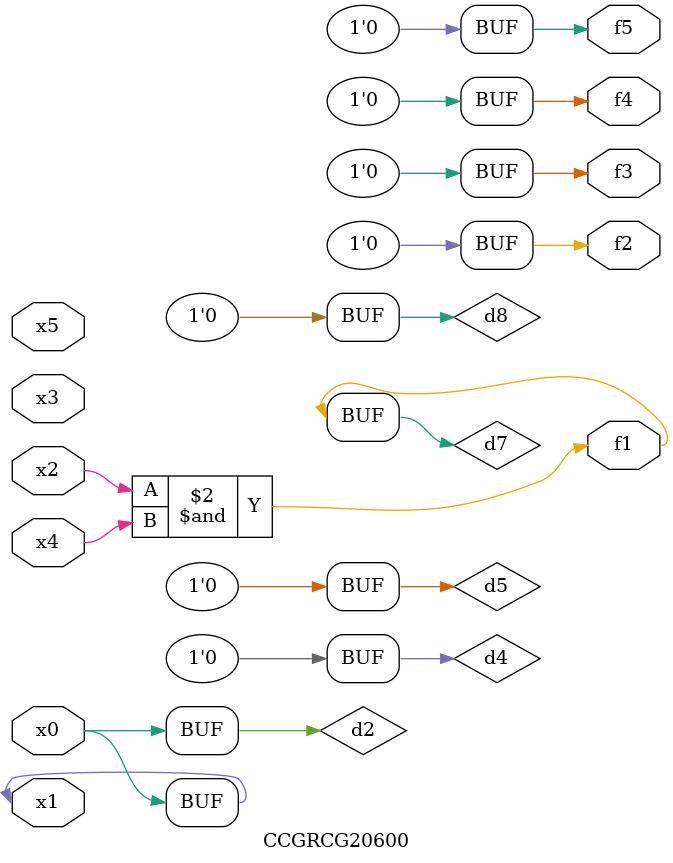
<source format=v>
module CCGRCG20600(
	input x0, x1, x2, x3, x4, x5,
	output f1, f2, f3, f4, f5
);

	wire d1, d2, d3, d4, d5, d6, d7, d8, d9;

	nand (d1, x1);
	buf (d2, x0, x1);
	nand (d3, x2, x4);
	and (d4, d1, d2);
	and (d5, d1, d2);
	nand (d6, d1, d3);
	not (d7, d3);
	xor (d8, d5);
	nor (d9, d5, d6);
	assign f1 = d7;
	assign f2 = d8;
	assign f3 = d8;
	assign f4 = d8;
	assign f5 = d8;
endmodule

</source>
